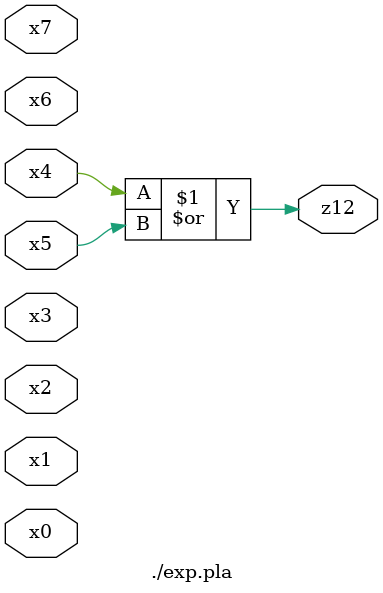
<source format=v>

module \./exp.pla  ( 
    x0, x1, x2, x3, x4, x5, x6, x7,
    z12  );
  input  x0, x1, x2, x3, x4, x5, x6, x7;
  output z12;
  assign z12 = x4 | x5;
endmodule



</source>
